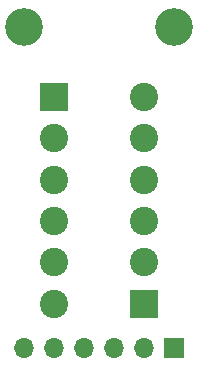
<source format=gts>
G04 #@! TF.GenerationSoftware,KiCad,Pcbnew,7.0.7*
G04 #@! TF.CreationDate,2024-02-07T12:10:54-08:00*
G04 #@! TF.ProjectId,Raven Expansion,52617665-6e20-4457-9870-616e73696f6e,rev?*
G04 #@! TF.SameCoordinates,Original*
G04 #@! TF.FileFunction,Soldermask,Top*
G04 #@! TF.FilePolarity,Negative*
%FSLAX46Y46*%
G04 Gerber Fmt 4.6, Leading zero omitted, Abs format (unit mm)*
G04 Created by KiCad (PCBNEW 7.0.7) date 2024-02-07 12:10:54*
%MOMM*%
%LPD*%
G01*
G04 APERTURE LIST*
%ADD10R,2.400000X2.400000*%
%ADD11C,2.400000*%
%ADD12C,3.200000*%
%ADD13R,1.700000X1.700000*%
%ADD14O,1.700000X1.700000*%
G04 APERTURE END LIST*
D10*
X31810000Y-35130000D03*
D11*
X31810000Y-38630000D03*
X31810000Y-42130000D03*
X31810000Y-45630000D03*
X31810000Y-49130000D03*
X31810000Y-52630000D03*
D12*
X29210000Y-29210000D03*
X41910000Y-29210000D03*
D10*
X39430000Y-52630000D03*
D11*
X39430000Y-49130000D03*
X39430000Y-45630000D03*
X39430000Y-42130000D03*
X39430000Y-38630000D03*
X39430000Y-35130000D03*
D13*
X41985000Y-56395000D03*
D14*
X39445000Y-56395000D03*
X36905000Y-56395000D03*
X34365000Y-56395000D03*
X31825000Y-56395000D03*
X29285000Y-56395000D03*
M02*

</source>
